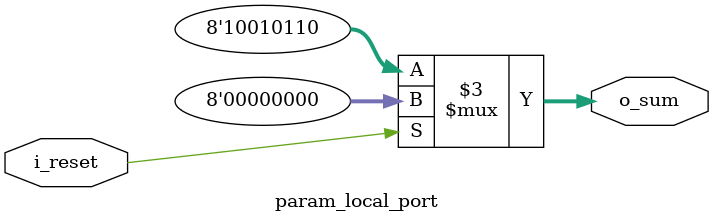
<source format=sv>
module param_local_port #(
    parameter int P_PORT_VAL = 25
) (
    input logic i_reset,
    output logic [7:0] o_sum
);
    localparam int LP_BODY_VAL = 125;
    localparam int LP_CALCULATED = P_PORT_VAL + LP_BODY_VAL;
    always_comb begin
        if (i_reset) begin
            o_sum = 0;
        end else begin
            o_sum = LP_CALCULATED;
        end
    end
endmodule


</source>
